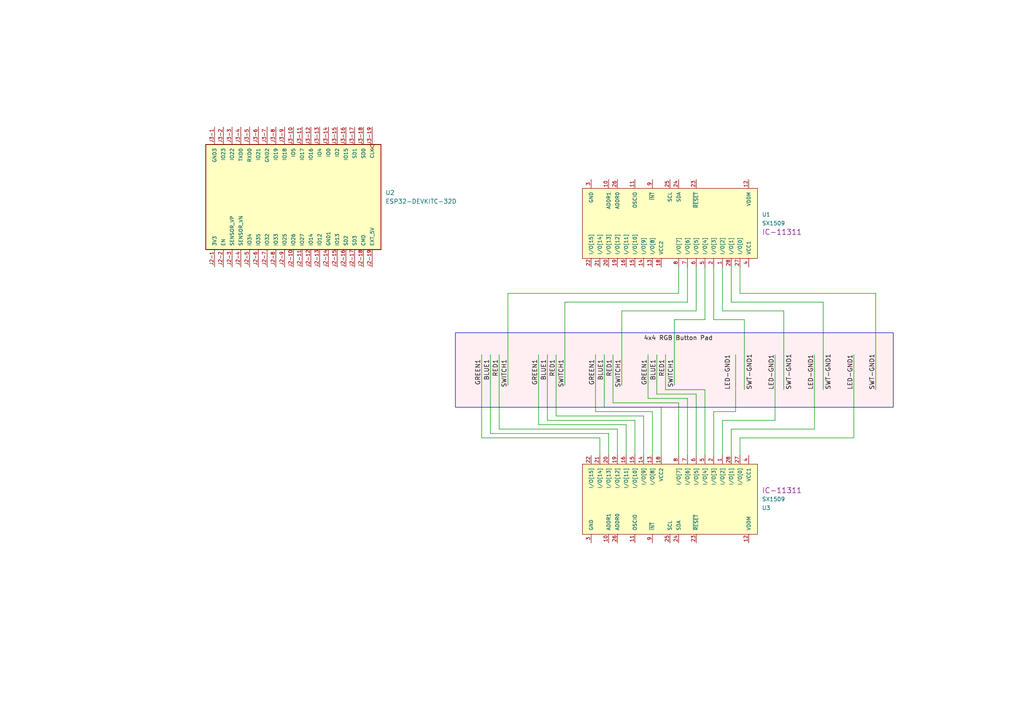
<source format=kicad_sch>
(kicad_sch (version 20230121) (generator eeschema)
  (paper "A4")
  (lib_symbols
    (symbol "ESP32-DEVKITC-32D:ESP32-DEVKITC-32D" (pin_names (offset 1.016))
      (property "Reference" "U" (at -15.2572 26.0643 0))
      (property "Value" "ESP32-DEVKITC-32D" (at -15.2563 -27.9698 0))
      (symbol "ESP32-DEVKITC-32D_0_0"
        (rectangle (start -15.24 -25.4) (end 15.24 25.4) (stroke (width 0.254)) (fill (type background)))
        (pin power_in line (at -20.32 22.86 0) (length 5.08) (name "3V3") (number "J2-1"))
        (pin bidirectional line (at -20.32 0 0) (length 5.08) (name "IO26") (number "J2-10"))
        (pin bidirectional line (at -20.32 -2.54 0) (length 5.08) (name "IO27") (number "J2-11"))
        (pin bidirectional line (at -20.32 -5.08 0) (length 5.08) (name "IO14") (number "J2-12"))
        (pin bidirectional line (at -20.32 -7.62 0) (length 5.08) (name "IO12") (number "J2-13"))
        (pin power_in line (at -20.32 -10.16 0) (length 5.08) (name "GND1") (number "J2-14"))
        (pin bidirectional line (at -20.32 -12.7 0) (length 5.08) (name "IO13") (number "J2-15"))
        (pin bidirectional line (at -20.32 -15.24 0) (length 5.08) (name "SD2") (number "J2-16"))
        (pin bidirectional line (at -20.32 -17.78 0) (length 5.08) (name "SD3") (number "J2-17"))
        (pin bidirectional line (at -20.32 -20.32 0) (length 5.08) (name "CMD") (number "J2-18"))
        (pin power_in line (at -20.32 -22.86 0) (length 5.08) (name "EXT_5V") (number "J2-19"))
        (pin input line (at -20.32 20.32 0) (length 5.08) (name "EN") (number "J2-2"))
        (pin input line (at -20.32 17.78 0) (length 5.08) (name "SENSOR_VP") (number "J2-3"))
        (pin input line (at -20.32 15.24 0) (length 5.08) (name "SENSOR_VN") (number "J2-4"))
        (pin bidirectional line (at -20.32 12.7 0) (length 5.08) (name "IO34") (number "J2-5"))
        (pin bidirectional line (at -20.32 10.16 0) (length 5.08) (name "IO35") (number "J2-6"))
        (pin bidirectional line (at -20.32 7.62 0) (length 5.08) (name "IO32") (number "J2-7"))
        (pin bidirectional line (at -20.32 5.08 0) (length 5.08) (name "IO33") (number "J2-8"))
        (pin bidirectional line (at -20.32 2.54 0) (length 5.08) (name "IO25") (number "J2-9"))
        (pin power_in line (at 20.32 22.86 180) (length 5.08) (name "GND3") (number "J3-1"))
        (pin bidirectional line (at 20.32 0 180) (length 5.08) (name "IO5") (number "J3-10"))
        (pin bidirectional line (at 20.32 -2.54 180) (length 5.08) (name "IO17") (number "J3-11"))
        (pin bidirectional line (at 20.32 -5.08 180) (length 5.08) (name "IO16") (number "J3-12"))
        (pin bidirectional line (at 20.32 -7.62 180) (length 5.08) (name "IO4") (number "J3-13"))
        (pin bidirectional line (at 20.32 -10.16 180) (length 5.08) (name "IO0") (number "J3-14"))
        (pin bidirectional line (at 20.32 -12.7 180) (length 5.08) (name "IO2") (number "J3-15"))
        (pin bidirectional line (at 20.32 -15.24 180) (length 5.08) (name "IO15") (number "J3-16"))
        (pin bidirectional line (at 20.32 -17.78 180) (length 5.08) (name "SD1") (number "J3-17"))
        (pin bidirectional line (at 20.32 -20.32 180) (length 5.08) (name "SD0") (number "J3-18"))
        (pin input clock (at 20.32 -22.86 180) (length 5.08) (name "CLK") (number "J3-19"))
        (pin bidirectional line (at 20.32 20.32 180) (length 5.08) (name "IO23") (number "J3-2"))
        (pin bidirectional line (at 20.32 17.78 180) (length 5.08) (name "IO22") (number "J3-3"))
        (pin output line (at 20.32 15.24 180) (length 5.08) (name "TXD0") (number "J3-4"))
        (pin input line (at 20.32 12.7 180) (length 5.08) (name "RXD0") (number "J3-5"))
        (pin bidirectional line (at 20.32 10.16 180) (length 5.08) (name "IO21") (number "J3-6"))
        (pin power_in line (at 20.32 7.62 180) (length 5.08) (name "GND2") (number "J3-7"))
        (pin bidirectional line (at 20.32 5.08 180) (length 5.08) (name "IO19") (number "J3-8"))
        (pin bidirectional line (at 20.32 2.54 180) (length 5.08) (name "IO18") (number "J3-9"))
      )
    )
    (symbol "SparkFun-IC-Special-Function:SX1509" (pin_names (offset 1.016))
      (property "Reference" "U" (at -10.16 26.67 0))
      (property "Value" "SX1509" (at -10.16 -27.432 0))
      (property "Field4" "IC-11311" (at 0 29.21 0))
      (symbol "SX1509_1_1"
        (polyline (pts (xy -10.16 25.4) (xy 10.16 25.4) (xy 10.16 -25.4) (xy -10.16 -25.4) (xy -10.16 25.4)) (fill (type background)))
        (pin bidirectional line (at 12.7 15.24 180) (length 2.54) (name "I/O[2]") (number "1"))
        (pin bidirectional line (at -12.7 -17.78 0) (length 2.54) (name "ADDR1") (number "10"))
        (pin bidirectional line (at -12.7 -10.16 0) (length 2.54) (name "OSCIO") (number "11"))
        (pin bidirectional line (at -12.7 22.86 0) (length 2.54) (name "VDDM") (number "12"))
        (pin bidirectional line (at 12.7 -5.08 180) (length 2.54) (name "I/O[8]") (number "13"))
        (pin bidirectional line (at 12.7 -7.62 180) (length 2.54) (name "I/O[9]") (number "14"))
        (pin bidirectional line (at 12.7 -10.16 180) (length 2.54) (name "I/O[10]") (number "15"))
        (pin bidirectional line (at 12.7 -12.7 180) (length 2.54) (name "I/O[11]") (number "16"))
        (pin bidirectional line (at -12.7 -22.86 0) (length 2.54) hide (name "GND") (number "17"))
        (pin bidirectional line (at 12.7 -2.54 180) (length 2.54) (name "VCC2") (number "18"))
        (pin bidirectional line (at 12.7 -15.24 180) (length 2.54) (name "I/O[12]") (number "19"))
        (pin bidirectional line (at 12.7 12.7 180) (length 2.54) (name "I/O[3]") (number "2"))
        (pin bidirectional line (at 12.7 -17.78 180) (length 2.54) (name "I/O[13]") (number "20"))
        (pin bidirectional line (at 12.7 -20.32 180) (length 2.54) (name "I/O[14]") (number "21"))
        (pin bidirectional line (at 12.7 -22.86 180) (length 2.54) (name "I/O[15]") (number "22"))
        (pin bidirectional line (at -12.7 7.62 0) (length 2.54) (name "~{RESET}") (number "23"))
        (pin bidirectional line (at -12.7 2.54 0) (length 2.54) (name "SDA") (number "24"))
        (pin bidirectional line (at -12.7 0 0) (length 2.54) (name "SCL") (number "25"))
        (pin bidirectional line (at -12.7 -15.24 0) (length 2.54) (name "ADDR0") (number "26"))
        (pin bidirectional line (at 12.7 20.32 180) (length 2.54) (name "I/O[0]") (number "27"))
        (pin bidirectional line (at 12.7 17.78 180) (length 2.54) (name "I/O[1]") (number "28"))
        (pin bidirectional line (at -12.7 -22.86 0) (length 2.54) hide (name "GND") (number "29"))
        (pin bidirectional line (at -12.7 -22.86 0) (length 2.54) (name "GND") (number "3"))
        (pin bidirectional line (at 12.7 22.86 180) (length 2.54) (name "VCC1") (number "4"))
        (pin bidirectional line (at 12.7 10.16 180) (length 2.54) (name "I/O[4]") (number "5"))
        (pin bidirectional line (at 12.7 7.62 180) (length 2.54) (name "I/O[5]") (number "6"))
        (pin bidirectional line (at 12.7 5.08 180) (length 2.54) (name "I/O[6]") (number "7"))
        (pin bidirectional line (at 12.7 2.54 180) (length 2.54) (name "I/O[7]") (number "8"))
        (pin bidirectional line (at -12.7 -5.08 0) (length 2.54) (name "~{INT}") (number "9"))
      )
    )
  )
  (wire (pts (xy 158.75 102.87) (xy 158.75 121.92)))
  (wire (pts (xy 190.5 102.87) (xy 190.5 114.3)))
  (wire (pts (xy 144.78 102.87) (xy 144.78 124.46)))
  (wire (pts (xy 195.58 92.71) (xy 195.58 111.76)))
  (wire (pts (xy 180.34 90.17) (xy 180.34 111.76)))
  (wire (pts (xy 227.33 90.17) (xy 209.55 90.17)))
  (wire (pts (xy 209.55 90.17) (xy 209.55 77.47)))
  (wire (pts (xy 177.8 102.87) (xy 177.8 116.84)))
  (wire (pts (xy 176.53 125.73) (xy 176.53 132.08)))
  (wire (pts (xy 187.96 115.57) (xy 199.39 115.57)))
  (wire (pts (xy 177.8 116.84) (xy 196.85 116.84)))
  (wire (pts (xy 193.04 113.03) (xy 204.47 113.03)))
  (wire (pts (xy 191.77 118.11) (xy 191.77 132.08)))
  (wire (pts (xy 156.21 123.19) (xy 181.61 123.19)))
  (wire (pts (xy 214.63 127) (xy 214.63 132.08)))
  (wire (pts (xy 163.83 87.63) (xy 199.39 87.63)))
  (wire (pts (xy 214.63 77.47) (xy 214.63 85.09)))
  (wire (pts (xy 209.55 121.92) (xy 224.79 121.92)))
  (wire (pts (xy 139.7 102.87) (xy 139.7 127)))
  (wire (pts (xy 238.76 87.63) (xy 238.76 113.03)))
  (wire (pts (xy 186.69 120.65) (xy 186.69 132.08)))
  (wire (pts (xy 209.55 132.08) (xy 209.55 121.92)))
  (wire (pts (xy 215.9 92.71) (xy 215.9 113.03)))
  (wire (pts (xy 196.85 85.09) (xy 196.85 77.47)))
  (wire (pts (xy 173.99 127) (xy 173.99 132.08)))
  (wire (pts (xy 147.32 85.09) (xy 196.85 85.09)))
  (wire (pts (xy 213.36 102.87) (xy 213.36 119.38)))
  (wire (pts (xy 161.29 120.65) (xy 186.69 120.65)))
  (wire (pts (xy 238.76 87.63) (xy 212.09 87.63)))
  (wire (pts (xy 190.5 114.3) (xy 201.93 114.3)))
  (wire (pts (xy 214.63 85.09) (xy 254 85.09)))
  (wire (pts (xy 142.24 125.73) (xy 176.53 125.73)))
  (wire (pts (xy 189.23 119.38) (xy 189.23 132.08)))
  (wire (pts (xy 158.75 121.92) (xy 184.15 121.92)))
  (wire (pts (xy 247.65 102.87) (xy 247.65 127)))
  (wire (pts (xy 181.61 123.19) (xy 181.61 132.08)))
  (wire (pts (xy 207.01 92.71) (xy 215.9 92.71)))
  (wire (pts (xy 204.47 92.71) (xy 204.47 77.47)))
  (wire (pts (xy 142.24 102.87) (xy 142.24 125.73)))
  (wire (pts (xy 201.93 114.3) (xy 201.93 132.08)))
  (wire (pts (xy 139.7 127) (xy 173.99 127)))
  (wire (pts (xy 227.33 90.17) (xy 227.33 113.03)))
  (wire (pts (xy 199.39 115.57) (xy 199.39 132.08)))
  (wire (pts (xy 184.15 121.92) (xy 184.15 132.08)))
  (wire (pts (xy 172.72 119.38) (xy 189.23 119.38)))
  (wire (pts (xy 147.32 85.09) (xy 147.32 111.76)))
  (wire (pts (xy 161.29 102.87) (xy 161.29 120.65)))
  (wire (pts (xy 144.78 124.46) (xy 179.07 124.46)))
  (wire (pts (xy 212.09 87.63) (xy 212.09 77.47)))
  (wire (pts (xy 204.47 113.03) (xy 204.47 132.08)))
  (wire (pts (xy 196.85 116.84) (xy 196.85 132.08)))
  (wire (pts (xy 172.72 102.87) (xy 172.72 119.38)))
  (wire (pts (xy 247.65 127) (xy 214.63 127)))
  (wire (pts (xy 180.34 90.17) (xy 201.93 90.17)))
  (wire (pts (xy 175.26 102.87) (xy 175.26 118.11)))
  (wire (pts (xy 195.58 92.71) (xy 204.47 92.71)))
  (wire (pts (xy 236.22 102.87) (xy 236.22 124.46)))
  (wire (pts (xy 199.39 87.63) (xy 199.39 77.47)))
  (wire (pts (xy 179.07 124.46) (xy 179.07 132.08)))
  (wire (pts (xy 254 85.09) (xy 254 113.03)))
  (wire (pts (xy 175.26 118.11) (xy 191.77 118.11)))
  (wire (pts (xy 193.04 102.87) (xy 193.04 113.03)))
  (wire (pts (xy 201.93 90.17) (xy 201.93 77.47)))
  (wire (pts (xy 207.01 92.71) (xy 207.01 77.47)))
  (wire (pts (xy 207.01 132.08) (xy 207.01 119.38)))
  (wire (pts (xy 156.21 102.87) (xy 156.21 123.19)))
  (wire (pts (xy 212.09 124.46) (xy 236.22 124.46)))
  (wire (pts (xy 187.96 102.87) (xy 187.96 115.57)))
  (wire (pts (xy 207.01 119.38) (xy 213.36 119.38)))
  (wire (pts (xy 224.79 102.87) (xy 224.79 121.92)))
  (wire (pts (xy 212.09 124.46) (xy 212.09 132.08)))
  (wire (pts (xy 163.83 87.63) (xy 163.83 111.76)))
  (rectangle (start 132.08 96.52) (end 259.08 118.11) (fill (type color) (color 255 82 116 0.09)))
  (rectangle (start 259.08 113.03) (end 259.08 113.03))
  (label "SWT-GND1" (at 229.87 113.03 90))
  (label "RED1" (at 161.29 104.14 270))
  (label "LED-GND1" (at 247.65 113.03 90))
  (label "LED-GND1" (at 236.22 113.03 90))
  (label "4x4 RGB Button Pad" (at 186.69 99.06 0))
  (label "LED-GND1" (at 212.09 113.03 90))
  (label "SWITCH1" (at 147.32 104.14 270))
  (label "GREEN1" (at 139.7 104.14 270))
  (label "BLUE1" (at 142.24 104.14 270))
  (label "SWT-GND1" (at 254 113.03 90))
  (label "SWITCH1" (at 163.83 104.14 270))
  (label "BLUE1" (at 158.75 104.14 270))
  (label "RED1" (at 177.8 104.14 270))
  (label "BLUE1" (at 175.26 104.14 270))
  (label "GREEN1" (at 156.21 104.14 270))
  (label "SWITCH1" (at 195.58 104.14 270))
  (label "SWITCH1" (at 180.34 104.14 270))
  (label "SWT-GND1" (at 241.3 113.03 90))
  (label "BLUE1" (at 190.5 104.14 270))
  (label "LED-GND1" (at 224.79 113.03 90))
  (label "RED1" (at 144.78 104.14 270))
  (label "GREEN1" (at 187.96 104.14 270))
  (label "SWT-GND1" (at 218.44 113.03 90))
  (label "RED1" (at 193.04 104.14 270))
  (label "GREEN1" (at 172.72 104.14 270))
  (symbol (lib_id "SparkFun-IC-Special-Function:SX1509") (at 194.31 64.77 270) (unit 1)
    (property "Reference" "U1" (at 220.98 62.23 90) (effects (font (size 1.143 1.143)) (justify left)))
    (property "Value" "SX1509" (at 220.98 64.77 90) (effects (font (size 1.143 1.143)) (justify left)))
    (property "Footprint" "QFN-28" (effects hide))
    (property "Datasheet" "-" (effects hide))
    (property "-" "IC-11311" (at 220.98 67.31 90) (effects (font (size 1.524 1.524)) (justify left)))
  )
  (symbol (lib_id "SparkFun-IC-Special-Function:SX1509") (at 194.31 144.78 270) (mirror x) (unit 1)
    (property "Reference" "U3" (at 220.98 147.32 90) (effects (font (size 1.143 1.143)) (justify left)))
    (property "Value" "SX1509" (at 220.98 144.78 90) (effects (font (size 1.143 1.143)) (justify left)))
    (property "Footprint" "QFN-28" (effects hide))
    (property "Datasheet" "-" (effects hide))
    (property "-" "IC-11311" (at 220.98 142.24 90) (effects (font (size 1.524 1.524)) (justify left)))
  )
  (symbol (lib_id "ESP32-DEVKITC-32D:ESP32-DEVKITC-32D") (at 85.09 57.15 90) (unit 1)
    (property "Reference" "U2" (at 111.76 55.88 90) (effects (justify right)))
    (property "Value" "ESP32-DEVKITC-32D" (at 111.76 58.42 90) (effects (justify right)))
    (property "Footprint" "MODULE_ESP32-DEVKITC-32D" (effects hide))
    (property "PARTREV" "V4" (effects hide))
    (property "STANDARD" "Manufacturer Recommendations" (effects hide))
    (property "SNAPEDA_PN" "ESP32-DEVKITC-32D" (effects hide))
    (property "MAXIMUM_PACKAGE_HEIGHT" "N/A" (effects hide))
    (property "MANUFACTURER" "Espressif Systems" (effects hide))
  )
)
</source>
